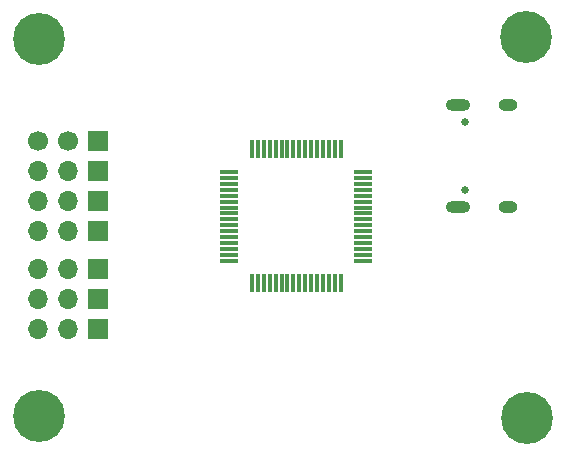
<source format=gbr>
%TF.GenerationSoftware,KiCad,Pcbnew,9.0.6*%
%TF.CreationDate,2026-01-01T00:57:53+05:30*%
%TF.ProjectId,fc,66632e6b-6963-4616-945f-706362585858,rev?*%
%TF.SameCoordinates,Original*%
%TF.FileFunction,Soldermask,Bot*%
%TF.FilePolarity,Negative*%
%FSLAX46Y46*%
G04 Gerber Fmt 4.6, Leading zero omitted, Abs format (unit mm)*
G04 Created by KiCad (PCBNEW 9.0.6) date 2026-01-01 00:57:53*
%MOMM*%
%LPD*%
G01*
G04 APERTURE LIST*
G04 Aperture macros list*
%AMRoundRect*
0 Rectangle with rounded corners*
0 $1 Rounding radius*
0 $2 $3 $4 $5 $6 $7 $8 $9 X,Y pos of 4 corners*
0 Add a 4 corners polygon primitive as box body*
4,1,4,$2,$3,$4,$5,$6,$7,$8,$9,$2,$3,0*
0 Add four circle primitives for the rounded corners*
1,1,$1+$1,$2,$3*
1,1,$1+$1,$4,$5*
1,1,$1+$1,$6,$7*
1,1,$1+$1,$8,$9*
0 Add four rect primitives between the rounded corners*
20,1,$1+$1,$2,$3,$4,$5,0*
20,1,$1+$1,$4,$5,$6,$7,0*
20,1,$1+$1,$6,$7,$8,$9,0*
20,1,$1+$1,$8,$9,$2,$3,0*%
G04 Aperture macros list end*
%ADD10C,0.700000*%
%ADD11C,4.400000*%
%ADD12C,1.700000*%
%ADD13O,1.700000X1.700000*%
%ADD14R,1.700000X1.700000*%
%ADD15C,0.650000*%
%ADD16O,2.100000X1.000000*%
%ADD17O,1.600000X1.000000*%
%ADD18RoundRect,0.075000X0.700000X0.075000X-0.700000X0.075000X-0.700000X-0.075000X0.700000X-0.075000X0*%
%ADD19RoundRect,0.075000X0.075000X0.700000X-0.075000X0.700000X-0.075000X-0.700000X0.075000X-0.700000X0*%
G04 APERTURE END LIST*
D10*
%TO.C,H1*%
X126446700Y-83636700D03*
X126929974Y-82469974D03*
X126929974Y-84803426D03*
X128096700Y-81986700D03*
D11*
X128096700Y-83636700D03*
D10*
X128096700Y-85286700D03*
X129263426Y-82469974D03*
X129263426Y-84803426D03*
X129746700Y-83636700D03*
%TD*%
D12*
%TO.C,J2*%
X127940000Y-92280000D03*
D13*
X127940000Y-94820000D03*
X127940000Y-97360000D03*
X127940000Y-99900000D03*
X127940000Y-103075000D03*
X127940000Y-105615000D03*
X127940000Y-108155000D03*
D12*
X130480000Y-92280000D03*
D13*
X130480000Y-94820000D03*
X130480000Y-97360000D03*
X130480000Y-99900000D03*
X130480000Y-103075000D03*
X130480000Y-105615000D03*
X130480000Y-108155000D03*
D14*
X133020000Y-92280000D03*
X133020000Y-94820000D03*
X133020000Y-97360000D03*
X133020000Y-99900000D03*
X133020000Y-103075000D03*
X133020000Y-105615000D03*
X133020000Y-108155000D03*
%TD*%
D15*
%TO.C,J1*%
X164100000Y-96430000D03*
X164100000Y-90650000D03*
D16*
X163570000Y-97860000D03*
D17*
X167750000Y-97860000D03*
D16*
X163570000Y-89220000D03*
D17*
X167750000Y-89220000D03*
%TD*%
D10*
%TO.C,H2*%
X167606700Y-83396700D03*
X168089974Y-82229974D03*
X168089974Y-84563426D03*
X169256700Y-81746700D03*
D11*
X169256700Y-83396700D03*
D10*
X169256700Y-85046700D03*
X170423426Y-82229974D03*
X170423426Y-84563426D03*
X170906700Y-83396700D03*
%TD*%
%TO.C,H3*%
X167710000Y-115710000D03*
X168193274Y-114543274D03*
X168193274Y-116876726D03*
X169360000Y-114060000D03*
D11*
X169360000Y-115710000D03*
D10*
X169360000Y-117360000D03*
X170526726Y-114543274D03*
X170526726Y-116876726D03*
X171010000Y-115710000D03*
%TD*%
%TO.C,H4*%
X126446700Y-115503300D03*
X126929974Y-114336574D03*
X126929974Y-116670026D03*
X128096700Y-113853300D03*
D11*
X128096700Y-115503300D03*
D10*
X128096700Y-117153300D03*
X129263426Y-114336574D03*
X129263426Y-116670026D03*
X129746700Y-115503300D03*
%TD*%
D18*
%TO.C,U6*%
X155515000Y-94880000D03*
X155515000Y-95380000D03*
X155515000Y-95880000D03*
X155515000Y-96380000D03*
X155515000Y-96880000D03*
X155515000Y-97380000D03*
X155515000Y-97880000D03*
X155515000Y-98380000D03*
X155515000Y-98880000D03*
X155515000Y-99380000D03*
X155515000Y-99880000D03*
X155515000Y-100380000D03*
X155515000Y-100880000D03*
X155515000Y-101380000D03*
X155515000Y-101880000D03*
X155515000Y-102380000D03*
D19*
X153590000Y-104305000D03*
X153090000Y-104305000D03*
X152590000Y-104305000D03*
X152090000Y-104305000D03*
X151590000Y-104305000D03*
X151090000Y-104305000D03*
X150590000Y-104305000D03*
X150090000Y-104305000D03*
X149590000Y-104305000D03*
X149090000Y-104305000D03*
X148590000Y-104305000D03*
X148090000Y-104305000D03*
X147590000Y-104305000D03*
X147090000Y-104305000D03*
X146590000Y-104305000D03*
X146090000Y-104305000D03*
D18*
X144165000Y-102380000D03*
X144165000Y-101880000D03*
X144165000Y-101380000D03*
X144165000Y-100880000D03*
X144165000Y-100380000D03*
X144165000Y-99880000D03*
X144165000Y-99380000D03*
X144165000Y-98880000D03*
X144165000Y-98380000D03*
X144165000Y-97880000D03*
X144165000Y-97380000D03*
X144165000Y-96880000D03*
X144165000Y-96380000D03*
X144165000Y-95880000D03*
X144165000Y-95380000D03*
X144165000Y-94880000D03*
D19*
X146090000Y-92955000D03*
X146590000Y-92955000D03*
X147090000Y-92955000D03*
X147590000Y-92955000D03*
X148090000Y-92955000D03*
X148590000Y-92955000D03*
X149090000Y-92955000D03*
X149590000Y-92955000D03*
X150090000Y-92955000D03*
X150590000Y-92955000D03*
X151090000Y-92955000D03*
X151590000Y-92955000D03*
X152090000Y-92955000D03*
X152590000Y-92955000D03*
X153090000Y-92955000D03*
X153590000Y-92955000D03*
%TD*%
M02*

</source>
